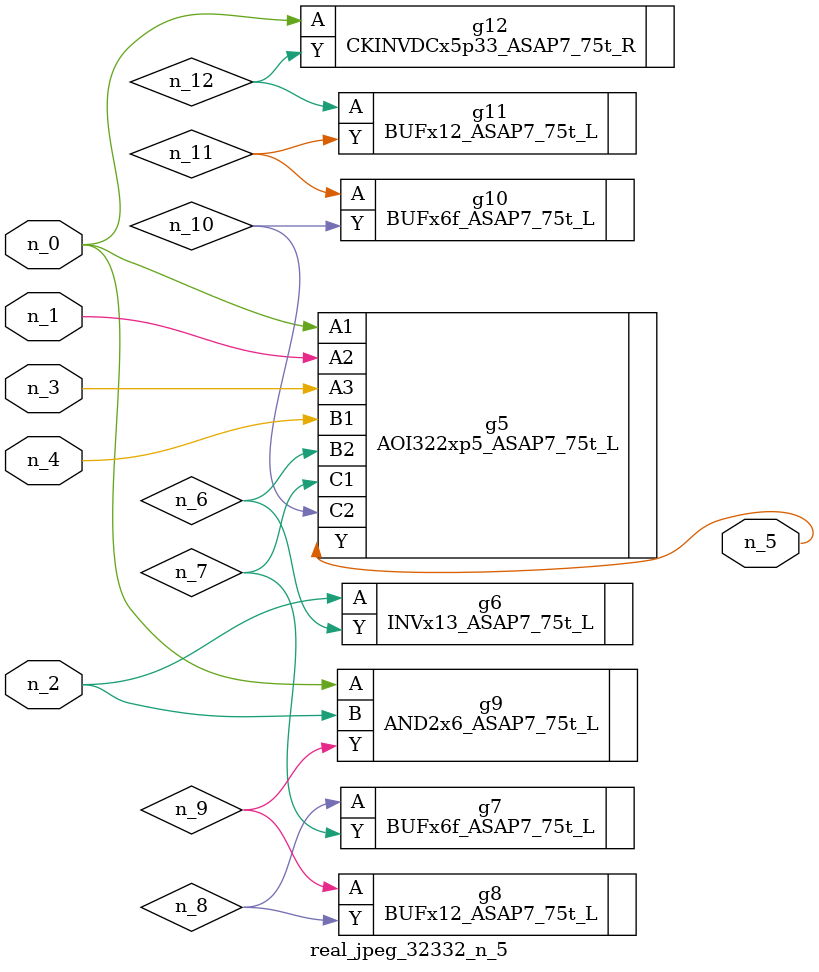
<source format=v>
module real_jpeg_32332_n_5 (n_4, n_0, n_1, n_2, n_3, n_5);

input n_4;
input n_0;
input n_1;
input n_2;
input n_3;

output n_5;

wire n_12;
wire n_8;
wire n_11;
wire n_6;
wire n_7;
wire n_10;
wire n_9;

AOI322xp5_ASAP7_75t_L g5 ( 
.A1(n_0),
.A2(n_1),
.A3(n_3),
.B1(n_4),
.B2(n_6),
.C1(n_7),
.C2(n_10),
.Y(n_5)
);

AND2x6_ASAP7_75t_L g9 ( 
.A(n_0),
.B(n_2),
.Y(n_9)
);

CKINVDCx5p33_ASAP7_75t_R g12 ( 
.A(n_0),
.Y(n_12)
);

INVx13_ASAP7_75t_L g6 ( 
.A(n_2),
.Y(n_6)
);

BUFx6f_ASAP7_75t_L g7 ( 
.A(n_8),
.Y(n_7)
);

BUFx12_ASAP7_75t_L g8 ( 
.A(n_9),
.Y(n_8)
);

BUFx6f_ASAP7_75t_L g10 ( 
.A(n_11),
.Y(n_10)
);

BUFx12_ASAP7_75t_L g11 ( 
.A(n_12),
.Y(n_11)
);


endmodule
</source>
